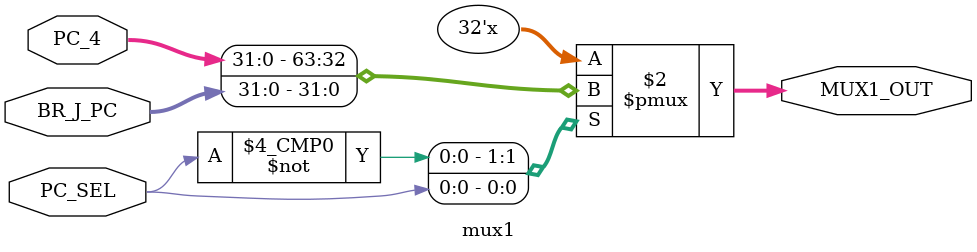
<source format=v>
module mux1(BR_J_PC, PC_4, PC_SEL, MUX1_OUT);

	//0-PC_4  1-BR_J_PC
	input[31:0] BR_J_PC, PC_4;
	input PC_SEL;
	
	output reg[31:0] MUX1_OUT;

	always @(PC_SEL) 
	begin
		case(PC_SEL)
		
		1'b0:begin
		MUX1_OUT = PC_4;
		end
		
		1'b1:begin
		MUX1_OUT = BR_J_PC;
		end
		
		endcase		
	end

endmodule

</source>
